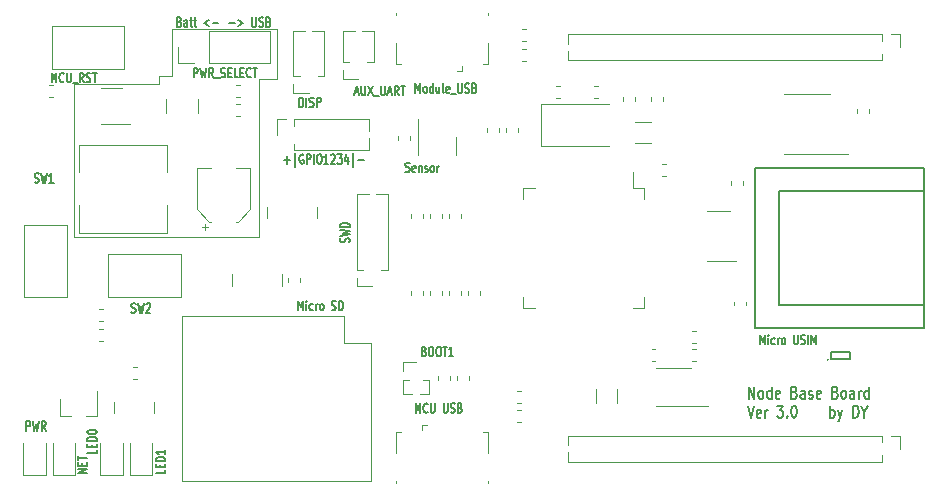
<source format=gbr>
G04 #@! TF.GenerationSoftware,KiCad,Pcbnew,5.99.0-unknown-89e9857~86~ubuntu18.04.1*
G04 #@! TF.CreationDate,2019-10-10T16:09:36-04:00*
G04 #@! TF.ProjectId,node_base,6e6f6465-5f62-4617-9365-2e6b69636164,rev?*
G04 #@! TF.SameCoordinates,Original*
G04 #@! TF.FileFunction,Legend,Top*
G04 #@! TF.FilePolarity,Positive*
%FSLAX46Y46*%
G04 Gerber Fmt 4.6, Leading zero omitted, Abs format (unit mm)*
G04 Created by KiCad (PCBNEW 5.99.0-unknown-89e9857~86~ubuntu18.04.1) date 2019-10-10 16:09:36*
%MOMM*%
%LPD*%
G04 APERTURE LIST*
%ADD10C,0.150000*%
%ADD11C,0.120000*%
G04 APERTURE END LIST*
D10*
X150864404Y-104352380D02*
X150864404Y-103352380D01*
X150864404Y-103733333D02*
X150940595Y-103685714D01*
X151092976Y-103685714D01*
X151169166Y-103733333D01*
X151207261Y-103780952D01*
X151245357Y-103876190D01*
X151245357Y-104161904D01*
X151207261Y-104257142D01*
X151169166Y-104304761D01*
X151092976Y-104352380D01*
X150940595Y-104352380D01*
X150864404Y-104304761D01*
X151512023Y-103685714D02*
X151702500Y-104352380D01*
X151892976Y-103685714D02*
X151702500Y-104352380D01*
X151626309Y-104590476D01*
X151588214Y-104638095D01*
X151512023Y-104685714D01*
X152807261Y-104352380D02*
X152807261Y-103352380D01*
X152997738Y-103352380D01*
X153112023Y-103400000D01*
X153188214Y-103495238D01*
X153226309Y-103590476D01*
X153264404Y-103780952D01*
X153264404Y-103923809D01*
X153226309Y-104114285D01*
X153188214Y-104209523D01*
X153112023Y-104304761D01*
X152997738Y-104352380D01*
X152807261Y-104352380D01*
X153759642Y-103876190D02*
X153759642Y-104352380D01*
X153492976Y-103352380D02*
X153759642Y-103876190D01*
X154026309Y-103352380D01*
X87961904Y-109071428D02*
X87161904Y-109071428D01*
X87961904Y-108728571D01*
X87161904Y-108728571D01*
X87542857Y-108442857D02*
X87542857Y-108242857D01*
X87961904Y-108157142D02*
X87961904Y-108442857D01*
X87161904Y-108442857D01*
X87161904Y-108157142D01*
X87161904Y-107985714D02*
X87161904Y-107642857D01*
X87961904Y-107814285D02*
X87161904Y-107814285D01*
X94561904Y-108771428D02*
X94561904Y-109057142D01*
X93761904Y-109057142D01*
X94142857Y-108571428D02*
X94142857Y-108371428D01*
X94561904Y-108285714D02*
X94561904Y-108571428D01*
X93761904Y-108571428D01*
X93761904Y-108285714D01*
X94561904Y-108028571D02*
X93761904Y-108028571D01*
X93761904Y-107885714D01*
X93800000Y-107800000D01*
X93876190Y-107742857D01*
X93952380Y-107714285D01*
X94104761Y-107685714D01*
X94219047Y-107685714D01*
X94371428Y-107714285D01*
X94447619Y-107742857D01*
X94523809Y-107800000D01*
X94561904Y-107885714D01*
X94561904Y-108028571D01*
X94561904Y-107114285D02*
X94561904Y-107457142D01*
X94561904Y-107285714D02*
X93761904Y-107285714D01*
X93876190Y-107342857D01*
X93952380Y-107400000D01*
X93990476Y-107457142D01*
X88761904Y-107071428D02*
X88761904Y-107357142D01*
X87961904Y-107357142D01*
X88342857Y-106871428D02*
X88342857Y-106671428D01*
X88761904Y-106585714D02*
X88761904Y-106871428D01*
X87961904Y-106871428D01*
X87961904Y-106585714D01*
X88761904Y-106328571D02*
X87961904Y-106328571D01*
X87961904Y-106185714D01*
X88000000Y-106100000D01*
X88076190Y-106042857D01*
X88152380Y-106014285D01*
X88304761Y-105985714D01*
X88419047Y-105985714D01*
X88571428Y-106014285D01*
X88647619Y-106042857D01*
X88723809Y-106100000D01*
X88761904Y-106185714D01*
X88761904Y-106328571D01*
X87961904Y-105614285D02*
X87961904Y-105557142D01*
X88000000Y-105500000D01*
X88038095Y-105471428D01*
X88114285Y-105442857D01*
X88266666Y-105414285D01*
X88457142Y-105414285D01*
X88609523Y-105442857D01*
X88685714Y-105471428D01*
X88723809Y-105500000D01*
X88761904Y-105557142D01*
X88761904Y-105614285D01*
X88723809Y-105671428D01*
X88685714Y-105700000D01*
X88609523Y-105728571D01*
X88457142Y-105757142D01*
X88266666Y-105757142D01*
X88114285Y-105728571D01*
X88038095Y-105700000D01*
X88000000Y-105671428D01*
X87961904Y-105614285D01*
X82800000Y-105461904D02*
X82800000Y-104661904D01*
X83028571Y-104661904D01*
X83085714Y-104700000D01*
X83114285Y-104738095D01*
X83142857Y-104814285D01*
X83142857Y-104928571D01*
X83114285Y-105004761D01*
X83085714Y-105042857D01*
X83028571Y-105080952D01*
X82800000Y-105080952D01*
X83342857Y-104661904D02*
X83485714Y-105461904D01*
X83600000Y-104890476D01*
X83714285Y-105461904D01*
X83857142Y-104661904D01*
X84428571Y-105461904D02*
X84228571Y-105080952D01*
X84085714Y-105461904D02*
X84085714Y-104661904D01*
X84314285Y-104661904D01*
X84371428Y-104700000D01*
X84400000Y-104738095D01*
X84428571Y-104814285D01*
X84428571Y-104928571D01*
X84400000Y-105004761D01*
X84371428Y-105042857D01*
X84314285Y-105080952D01*
X84085714Y-105080952D01*
D11*
X95100000Y-71500000D02*
X95100000Y-71700000D01*
X104000000Y-71500000D02*
X95100000Y-71500000D01*
X104000000Y-75700000D02*
X104000000Y-71500000D01*
X102500000Y-75700000D02*
X104000000Y-75700000D01*
X102500000Y-89100000D02*
X102500000Y-75700000D01*
X86800000Y-89100000D02*
X102500000Y-89100000D01*
X86800000Y-76100000D02*
X86800000Y-89100000D01*
X94000000Y-76100000D02*
X86800000Y-76100000D01*
X94000000Y-75400000D02*
X94000000Y-76100000D01*
X95100000Y-75400000D02*
X94000000Y-75400000D01*
X95100000Y-71700000D02*
X95100000Y-75400000D01*
D10*
X143987976Y-102747380D02*
X143987976Y-101747380D01*
X144445119Y-102747380D01*
X144445119Y-101747380D01*
X144940357Y-102747380D02*
X144864166Y-102699761D01*
X144826071Y-102652142D01*
X144787976Y-102556904D01*
X144787976Y-102271190D01*
X144826071Y-102175952D01*
X144864166Y-102128333D01*
X144940357Y-102080714D01*
X145054642Y-102080714D01*
X145130833Y-102128333D01*
X145168928Y-102175952D01*
X145207023Y-102271190D01*
X145207023Y-102556904D01*
X145168928Y-102652142D01*
X145130833Y-102699761D01*
X145054642Y-102747380D01*
X144940357Y-102747380D01*
X145892738Y-102747380D02*
X145892738Y-101747380D01*
X145892738Y-102699761D02*
X145816547Y-102747380D01*
X145664166Y-102747380D01*
X145587976Y-102699761D01*
X145549880Y-102652142D01*
X145511785Y-102556904D01*
X145511785Y-102271190D01*
X145549880Y-102175952D01*
X145587976Y-102128333D01*
X145664166Y-102080714D01*
X145816547Y-102080714D01*
X145892738Y-102128333D01*
X146578452Y-102699761D02*
X146502261Y-102747380D01*
X146349880Y-102747380D01*
X146273690Y-102699761D01*
X146235595Y-102604523D01*
X146235595Y-102223571D01*
X146273690Y-102128333D01*
X146349880Y-102080714D01*
X146502261Y-102080714D01*
X146578452Y-102128333D01*
X146616547Y-102223571D01*
X146616547Y-102318809D01*
X146235595Y-102414047D01*
X147835595Y-102223571D02*
X147949880Y-102271190D01*
X147987976Y-102318809D01*
X148026071Y-102414047D01*
X148026071Y-102556904D01*
X147987976Y-102652142D01*
X147949880Y-102699761D01*
X147873690Y-102747380D01*
X147568928Y-102747380D01*
X147568928Y-101747380D01*
X147835595Y-101747380D01*
X147911785Y-101795000D01*
X147949880Y-101842619D01*
X147987976Y-101937857D01*
X147987976Y-102033095D01*
X147949880Y-102128333D01*
X147911785Y-102175952D01*
X147835595Y-102223571D01*
X147568928Y-102223571D01*
X148711785Y-102747380D02*
X148711785Y-102223571D01*
X148673690Y-102128333D01*
X148597500Y-102080714D01*
X148445119Y-102080714D01*
X148368928Y-102128333D01*
X148711785Y-102699761D02*
X148635595Y-102747380D01*
X148445119Y-102747380D01*
X148368928Y-102699761D01*
X148330833Y-102604523D01*
X148330833Y-102509285D01*
X148368928Y-102414047D01*
X148445119Y-102366428D01*
X148635595Y-102366428D01*
X148711785Y-102318809D01*
X149054642Y-102699761D02*
X149130833Y-102747380D01*
X149283214Y-102747380D01*
X149359404Y-102699761D01*
X149397500Y-102604523D01*
X149397500Y-102556904D01*
X149359404Y-102461666D01*
X149283214Y-102414047D01*
X149168928Y-102414047D01*
X149092738Y-102366428D01*
X149054642Y-102271190D01*
X149054642Y-102223571D01*
X149092738Y-102128333D01*
X149168928Y-102080714D01*
X149283214Y-102080714D01*
X149359404Y-102128333D01*
X150045119Y-102699761D02*
X149968928Y-102747380D01*
X149816547Y-102747380D01*
X149740357Y-102699761D01*
X149702261Y-102604523D01*
X149702261Y-102223571D01*
X149740357Y-102128333D01*
X149816547Y-102080714D01*
X149968928Y-102080714D01*
X150045119Y-102128333D01*
X150083214Y-102223571D01*
X150083214Y-102318809D01*
X149702261Y-102414047D01*
X151302261Y-102223571D02*
X151416547Y-102271190D01*
X151454642Y-102318809D01*
X151492738Y-102414047D01*
X151492738Y-102556904D01*
X151454642Y-102652142D01*
X151416547Y-102699761D01*
X151340357Y-102747380D01*
X151035595Y-102747380D01*
X151035595Y-101747380D01*
X151302261Y-101747380D01*
X151378452Y-101795000D01*
X151416547Y-101842619D01*
X151454642Y-101937857D01*
X151454642Y-102033095D01*
X151416547Y-102128333D01*
X151378452Y-102175952D01*
X151302261Y-102223571D01*
X151035595Y-102223571D01*
X151949880Y-102747380D02*
X151873690Y-102699761D01*
X151835595Y-102652142D01*
X151797500Y-102556904D01*
X151797500Y-102271190D01*
X151835595Y-102175952D01*
X151873690Y-102128333D01*
X151949880Y-102080714D01*
X152064166Y-102080714D01*
X152140357Y-102128333D01*
X152178452Y-102175952D01*
X152216547Y-102271190D01*
X152216547Y-102556904D01*
X152178452Y-102652142D01*
X152140357Y-102699761D01*
X152064166Y-102747380D01*
X151949880Y-102747380D01*
X152902261Y-102747380D02*
X152902261Y-102223571D01*
X152864166Y-102128333D01*
X152787976Y-102080714D01*
X152635595Y-102080714D01*
X152559404Y-102128333D01*
X152902261Y-102699761D02*
X152826071Y-102747380D01*
X152635595Y-102747380D01*
X152559404Y-102699761D01*
X152521309Y-102604523D01*
X152521309Y-102509285D01*
X152559404Y-102414047D01*
X152635595Y-102366428D01*
X152826071Y-102366428D01*
X152902261Y-102318809D01*
X153283214Y-102747380D02*
X153283214Y-102080714D01*
X153283214Y-102271190D02*
X153321309Y-102175952D01*
X153359404Y-102128333D01*
X153435595Y-102080714D01*
X153511785Y-102080714D01*
X154121309Y-102747380D02*
X154121309Y-101747380D01*
X154121309Y-102699761D02*
X154045119Y-102747380D01*
X153892738Y-102747380D01*
X153816547Y-102699761D01*
X153778452Y-102652142D01*
X153740357Y-102556904D01*
X153740357Y-102271190D01*
X153778452Y-102175952D01*
X153816547Y-102128333D01*
X153892738Y-102080714D01*
X154045119Y-102080714D01*
X154121309Y-102128333D01*
X143873690Y-103357380D02*
X144140357Y-104357380D01*
X144407023Y-103357380D01*
X144978452Y-104309761D02*
X144902261Y-104357380D01*
X144749880Y-104357380D01*
X144673690Y-104309761D01*
X144635595Y-104214523D01*
X144635595Y-103833571D01*
X144673690Y-103738333D01*
X144749880Y-103690714D01*
X144902261Y-103690714D01*
X144978452Y-103738333D01*
X145016547Y-103833571D01*
X145016547Y-103928809D01*
X144635595Y-104024047D01*
X145359404Y-104357380D02*
X145359404Y-103690714D01*
X145359404Y-103881190D02*
X145397500Y-103785952D01*
X145435595Y-103738333D01*
X145511785Y-103690714D01*
X145587976Y-103690714D01*
X146387976Y-103357380D02*
X146883214Y-103357380D01*
X146616547Y-103738333D01*
X146730833Y-103738333D01*
X146807023Y-103785952D01*
X146845119Y-103833571D01*
X146883214Y-103928809D01*
X146883214Y-104166904D01*
X146845119Y-104262142D01*
X146807023Y-104309761D01*
X146730833Y-104357380D01*
X146502261Y-104357380D01*
X146426071Y-104309761D01*
X146387976Y-104262142D01*
X147226071Y-104262142D02*
X147264166Y-104309761D01*
X147226071Y-104357380D01*
X147187976Y-104309761D01*
X147226071Y-104262142D01*
X147226071Y-104357380D01*
X147759404Y-103357380D02*
X147835595Y-103357380D01*
X147911785Y-103405000D01*
X147949880Y-103452619D01*
X147987976Y-103547857D01*
X148026071Y-103738333D01*
X148026071Y-103976428D01*
X147987976Y-104166904D01*
X147949880Y-104262142D01*
X147911785Y-104309761D01*
X147835595Y-104357380D01*
X147759404Y-104357380D01*
X147683214Y-104309761D01*
X147645119Y-104262142D01*
X147607023Y-104166904D01*
X147568928Y-103976428D01*
X147568928Y-103738333D01*
X147607023Y-103547857D01*
X147645119Y-103452619D01*
X147683214Y-103405000D01*
X147759404Y-103357380D01*
X114900000Y-83523809D02*
X114985714Y-83561904D01*
X115128571Y-83561904D01*
X115185714Y-83523809D01*
X115214285Y-83485714D01*
X115242857Y-83409523D01*
X115242857Y-83333333D01*
X115214285Y-83257142D01*
X115185714Y-83219047D01*
X115128571Y-83180952D01*
X115014285Y-83142857D01*
X114957142Y-83104761D01*
X114928571Y-83066666D01*
X114900000Y-82990476D01*
X114900000Y-82914285D01*
X114928571Y-82838095D01*
X114957142Y-82800000D01*
X115014285Y-82761904D01*
X115157142Y-82761904D01*
X115242857Y-82800000D01*
X115728571Y-83523809D02*
X115671428Y-83561904D01*
X115557142Y-83561904D01*
X115500000Y-83523809D01*
X115471428Y-83447619D01*
X115471428Y-83142857D01*
X115500000Y-83066666D01*
X115557142Y-83028571D01*
X115671428Y-83028571D01*
X115728571Y-83066666D01*
X115757142Y-83142857D01*
X115757142Y-83219047D01*
X115471428Y-83295238D01*
X116014285Y-83028571D02*
X116014285Y-83561904D01*
X116014285Y-83104761D02*
X116042857Y-83066666D01*
X116100000Y-83028571D01*
X116185714Y-83028571D01*
X116242857Y-83066666D01*
X116271428Y-83142857D01*
X116271428Y-83561904D01*
X116528571Y-83523809D02*
X116585714Y-83561904D01*
X116700000Y-83561904D01*
X116757142Y-83523809D01*
X116785714Y-83447619D01*
X116785714Y-83409523D01*
X116757142Y-83333333D01*
X116700000Y-83295238D01*
X116614285Y-83295238D01*
X116557142Y-83257142D01*
X116528571Y-83180952D01*
X116528571Y-83142857D01*
X116557142Y-83066666D01*
X116614285Y-83028571D01*
X116700000Y-83028571D01*
X116757142Y-83066666D01*
X117128571Y-83561904D02*
X117071428Y-83523809D01*
X117042857Y-83485714D01*
X117014285Y-83409523D01*
X117014285Y-83180952D01*
X117042857Y-83104761D01*
X117071428Y-83066666D01*
X117128571Y-83028571D01*
X117214285Y-83028571D01*
X117271428Y-83066666D01*
X117300000Y-83104761D01*
X117328571Y-83180952D01*
X117328571Y-83409523D01*
X117300000Y-83485714D01*
X117271428Y-83523809D01*
X117214285Y-83561904D01*
X117128571Y-83561904D01*
X117585714Y-83561904D02*
X117585714Y-83028571D01*
X117585714Y-83180952D02*
X117614285Y-83104761D01*
X117642857Y-83066666D01*
X117700000Y-83028571D01*
X117757142Y-83028571D01*
X116500000Y-98742857D02*
X116585714Y-98780952D01*
X116614285Y-98819047D01*
X116642857Y-98895238D01*
X116642857Y-99009523D01*
X116614285Y-99085714D01*
X116585714Y-99123809D01*
X116528571Y-99161904D01*
X116300000Y-99161904D01*
X116300000Y-98361904D01*
X116500000Y-98361904D01*
X116557142Y-98400000D01*
X116585714Y-98438095D01*
X116614285Y-98514285D01*
X116614285Y-98590476D01*
X116585714Y-98666666D01*
X116557142Y-98704761D01*
X116500000Y-98742857D01*
X116300000Y-98742857D01*
X117014285Y-98361904D02*
X117128571Y-98361904D01*
X117185714Y-98400000D01*
X117242857Y-98476190D01*
X117271428Y-98628571D01*
X117271428Y-98895238D01*
X117242857Y-99047619D01*
X117185714Y-99123809D01*
X117128571Y-99161904D01*
X117014285Y-99161904D01*
X116957142Y-99123809D01*
X116900000Y-99047619D01*
X116871428Y-98895238D01*
X116871428Y-98628571D01*
X116900000Y-98476190D01*
X116957142Y-98400000D01*
X117014285Y-98361904D01*
X117642857Y-98361904D02*
X117757142Y-98361904D01*
X117814285Y-98400000D01*
X117871428Y-98476190D01*
X117900000Y-98628571D01*
X117900000Y-98895238D01*
X117871428Y-99047619D01*
X117814285Y-99123809D01*
X117757142Y-99161904D01*
X117642857Y-99161904D01*
X117585714Y-99123809D01*
X117528571Y-99047619D01*
X117500000Y-98895238D01*
X117500000Y-98628571D01*
X117528571Y-98476190D01*
X117585714Y-98400000D01*
X117642857Y-98361904D01*
X118071428Y-98361904D02*
X118414285Y-98361904D01*
X118242857Y-99161904D02*
X118242857Y-98361904D01*
X118928571Y-99161904D02*
X118585714Y-99161904D01*
X118757142Y-99161904D02*
X118757142Y-98361904D01*
X118700000Y-98476190D01*
X118642857Y-98552380D01*
X118585714Y-98590476D01*
X115757142Y-103961904D02*
X115757142Y-103161904D01*
X115957142Y-103733333D01*
X116157142Y-103161904D01*
X116157142Y-103961904D01*
X116785714Y-103885714D02*
X116757142Y-103923809D01*
X116671428Y-103961904D01*
X116614285Y-103961904D01*
X116528571Y-103923809D01*
X116471428Y-103847619D01*
X116442857Y-103771428D01*
X116414285Y-103619047D01*
X116414285Y-103504761D01*
X116442857Y-103352380D01*
X116471428Y-103276190D01*
X116528571Y-103200000D01*
X116614285Y-103161904D01*
X116671428Y-103161904D01*
X116757142Y-103200000D01*
X116785714Y-103238095D01*
X117042857Y-103161904D02*
X117042857Y-103809523D01*
X117071428Y-103885714D01*
X117100000Y-103923809D01*
X117157142Y-103961904D01*
X117271428Y-103961904D01*
X117328571Y-103923809D01*
X117357142Y-103885714D01*
X117385714Y-103809523D01*
X117385714Y-103161904D01*
X118128571Y-103161904D02*
X118128571Y-103809523D01*
X118157142Y-103885714D01*
X118185714Y-103923809D01*
X118242857Y-103961904D01*
X118357142Y-103961904D01*
X118414285Y-103923809D01*
X118442857Y-103885714D01*
X118471428Y-103809523D01*
X118471428Y-103161904D01*
X118728571Y-103923809D02*
X118814285Y-103961904D01*
X118957142Y-103961904D01*
X119014285Y-103923809D01*
X119042857Y-103885714D01*
X119071428Y-103809523D01*
X119071428Y-103733333D01*
X119042857Y-103657142D01*
X119014285Y-103619047D01*
X118957142Y-103580952D01*
X118842857Y-103542857D01*
X118785714Y-103504761D01*
X118757142Y-103466666D01*
X118728571Y-103390476D01*
X118728571Y-103314285D01*
X118757142Y-103238095D01*
X118785714Y-103200000D01*
X118842857Y-103161904D01*
X118985714Y-103161904D01*
X119071428Y-103200000D01*
X119528571Y-103542857D02*
X119614285Y-103580952D01*
X119642857Y-103619047D01*
X119671428Y-103695238D01*
X119671428Y-103809523D01*
X119642857Y-103885714D01*
X119614285Y-103923809D01*
X119557142Y-103961904D01*
X119328571Y-103961904D01*
X119328571Y-103161904D01*
X119528571Y-103161904D01*
X119585714Y-103200000D01*
X119614285Y-103238095D01*
X119642857Y-103314285D01*
X119642857Y-103390476D01*
X119614285Y-103466666D01*
X119585714Y-103504761D01*
X119528571Y-103542857D01*
X119328571Y-103542857D01*
X83500000Y-84423809D02*
X83585714Y-84461904D01*
X83728571Y-84461904D01*
X83785714Y-84423809D01*
X83814285Y-84385714D01*
X83842857Y-84309523D01*
X83842857Y-84233333D01*
X83814285Y-84157142D01*
X83785714Y-84119047D01*
X83728571Y-84080952D01*
X83614285Y-84042857D01*
X83557142Y-84004761D01*
X83528571Y-83966666D01*
X83500000Y-83890476D01*
X83500000Y-83814285D01*
X83528571Y-83738095D01*
X83557142Y-83700000D01*
X83614285Y-83661904D01*
X83757142Y-83661904D01*
X83842857Y-83700000D01*
X84042857Y-83661904D02*
X84185714Y-84461904D01*
X84300000Y-83890476D01*
X84414285Y-84461904D01*
X84557142Y-83661904D01*
X85100000Y-84461904D02*
X84757142Y-84461904D01*
X84928571Y-84461904D02*
X84928571Y-83661904D01*
X84871428Y-83776190D01*
X84814285Y-83852380D01*
X84757142Y-83890476D01*
X91700000Y-95423809D02*
X91785714Y-95461904D01*
X91928571Y-95461904D01*
X91985714Y-95423809D01*
X92014285Y-95385714D01*
X92042857Y-95309523D01*
X92042857Y-95233333D01*
X92014285Y-95157142D01*
X91985714Y-95119047D01*
X91928571Y-95080952D01*
X91814285Y-95042857D01*
X91757142Y-95004761D01*
X91728571Y-94966666D01*
X91700000Y-94890476D01*
X91700000Y-94814285D01*
X91728571Y-94738095D01*
X91757142Y-94700000D01*
X91814285Y-94661904D01*
X91957142Y-94661904D01*
X92042857Y-94700000D01*
X92242857Y-94661904D02*
X92385714Y-95461904D01*
X92500000Y-94890476D01*
X92614285Y-95461904D01*
X92757142Y-94661904D01*
X92957142Y-94738095D02*
X92985714Y-94700000D01*
X93042857Y-94661904D01*
X93185714Y-94661904D01*
X93242857Y-94700000D01*
X93271428Y-94738095D01*
X93300000Y-94814285D01*
X93300000Y-94890476D01*
X93271428Y-95004761D01*
X92928571Y-95461904D01*
X93300000Y-95461904D01*
X110123809Y-89514285D02*
X110161904Y-89428571D01*
X110161904Y-89285714D01*
X110123809Y-89228571D01*
X110085714Y-89200000D01*
X110009523Y-89171428D01*
X109933333Y-89171428D01*
X109857142Y-89200000D01*
X109819047Y-89228571D01*
X109780952Y-89285714D01*
X109742857Y-89400000D01*
X109704761Y-89457142D01*
X109666666Y-89485714D01*
X109590476Y-89514285D01*
X109514285Y-89514285D01*
X109438095Y-89485714D01*
X109400000Y-89457142D01*
X109361904Y-89400000D01*
X109361904Y-89257142D01*
X109400000Y-89171428D01*
X109361904Y-88971428D02*
X110161904Y-88828571D01*
X109590476Y-88714285D01*
X110161904Y-88600000D01*
X109361904Y-88457142D01*
X110161904Y-88228571D02*
X109361904Y-88228571D01*
X109361904Y-88085714D01*
X109400000Y-88000000D01*
X109476190Y-87942857D01*
X109552380Y-87914285D01*
X109704761Y-87885714D01*
X109819047Y-87885714D01*
X109971428Y-87914285D01*
X110047619Y-87942857D01*
X110123809Y-88000000D01*
X110161904Y-88085714D01*
X110161904Y-88228571D01*
X105828571Y-95261904D02*
X105828571Y-94461904D01*
X106028571Y-95033333D01*
X106228571Y-94461904D01*
X106228571Y-95261904D01*
X106514285Y-95261904D02*
X106514285Y-94728571D01*
X106514285Y-94461904D02*
X106485714Y-94500000D01*
X106514285Y-94538095D01*
X106542857Y-94500000D01*
X106514285Y-94461904D01*
X106514285Y-94538095D01*
X107057142Y-95223809D02*
X107000000Y-95261904D01*
X106885714Y-95261904D01*
X106828571Y-95223809D01*
X106800000Y-95185714D01*
X106771428Y-95109523D01*
X106771428Y-94880952D01*
X106800000Y-94804761D01*
X106828571Y-94766666D01*
X106885714Y-94728571D01*
X107000000Y-94728571D01*
X107057142Y-94766666D01*
X107314285Y-95261904D02*
X107314285Y-94728571D01*
X107314285Y-94880952D02*
X107342857Y-94804761D01*
X107371428Y-94766666D01*
X107428571Y-94728571D01*
X107485714Y-94728571D01*
X107771428Y-95261904D02*
X107714285Y-95223809D01*
X107685714Y-95185714D01*
X107657142Y-95109523D01*
X107657142Y-94880952D01*
X107685714Y-94804761D01*
X107714285Y-94766666D01*
X107771428Y-94728571D01*
X107857142Y-94728571D01*
X107914285Y-94766666D01*
X107942857Y-94804761D01*
X107971428Y-94880952D01*
X107971428Y-95109523D01*
X107942857Y-95185714D01*
X107914285Y-95223809D01*
X107857142Y-95261904D01*
X107771428Y-95261904D01*
X108657142Y-95223809D02*
X108742857Y-95261904D01*
X108885714Y-95261904D01*
X108942857Y-95223809D01*
X108971428Y-95185714D01*
X109000000Y-95109523D01*
X109000000Y-95033333D01*
X108971428Y-94957142D01*
X108942857Y-94919047D01*
X108885714Y-94880952D01*
X108771428Y-94842857D01*
X108714285Y-94804761D01*
X108685714Y-94766666D01*
X108657142Y-94690476D01*
X108657142Y-94614285D01*
X108685714Y-94538095D01*
X108714285Y-94500000D01*
X108771428Y-94461904D01*
X108914285Y-94461904D01*
X109000000Y-94500000D01*
X109257142Y-95261904D02*
X109257142Y-94461904D01*
X109400000Y-94461904D01*
X109485714Y-94500000D01*
X109542857Y-94576190D01*
X109571428Y-94652380D01*
X109600000Y-94804761D01*
X109600000Y-94919047D01*
X109571428Y-95071428D01*
X109542857Y-95147619D01*
X109485714Y-95223809D01*
X109400000Y-95261904D01*
X109257142Y-95261904D01*
X144928571Y-98161904D02*
X144928571Y-97361904D01*
X145128571Y-97933333D01*
X145328571Y-97361904D01*
X145328571Y-98161904D01*
X145614285Y-98161904D02*
X145614285Y-97628571D01*
X145614285Y-97361904D02*
X145585714Y-97400000D01*
X145614285Y-97438095D01*
X145642857Y-97400000D01*
X145614285Y-97361904D01*
X145614285Y-97438095D01*
X146157142Y-98123809D02*
X146100000Y-98161904D01*
X145985714Y-98161904D01*
X145928571Y-98123809D01*
X145900000Y-98085714D01*
X145871428Y-98009523D01*
X145871428Y-97780952D01*
X145900000Y-97704761D01*
X145928571Y-97666666D01*
X145985714Y-97628571D01*
X146100000Y-97628571D01*
X146157142Y-97666666D01*
X146414285Y-98161904D02*
X146414285Y-97628571D01*
X146414285Y-97780952D02*
X146442857Y-97704761D01*
X146471428Y-97666666D01*
X146528571Y-97628571D01*
X146585714Y-97628571D01*
X146871428Y-98161904D02*
X146814285Y-98123809D01*
X146785714Y-98085714D01*
X146757142Y-98009523D01*
X146757142Y-97780952D01*
X146785714Y-97704761D01*
X146814285Y-97666666D01*
X146871428Y-97628571D01*
X146957142Y-97628571D01*
X147014285Y-97666666D01*
X147042857Y-97704761D01*
X147071428Y-97780952D01*
X147071428Y-98009523D01*
X147042857Y-98085714D01*
X147014285Y-98123809D01*
X146957142Y-98161904D01*
X146871428Y-98161904D01*
X147785714Y-97361904D02*
X147785714Y-98009523D01*
X147814285Y-98085714D01*
X147842857Y-98123809D01*
X147900000Y-98161904D01*
X148014285Y-98161904D01*
X148071428Y-98123809D01*
X148100000Y-98085714D01*
X148128571Y-98009523D01*
X148128571Y-97361904D01*
X148385714Y-98123809D02*
X148471428Y-98161904D01*
X148614285Y-98161904D01*
X148671428Y-98123809D01*
X148700000Y-98085714D01*
X148728571Y-98009523D01*
X148728571Y-97933333D01*
X148700000Y-97857142D01*
X148671428Y-97819047D01*
X148614285Y-97780952D01*
X148500000Y-97742857D01*
X148442857Y-97704761D01*
X148414285Y-97666666D01*
X148385714Y-97590476D01*
X148385714Y-97514285D01*
X148414285Y-97438095D01*
X148442857Y-97400000D01*
X148500000Y-97361904D01*
X148642857Y-97361904D01*
X148728571Y-97400000D01*
X148985714Y-98161904D02*
X148985714Y-97361904D01*
X149271428Y-98161904D02*
X149271428Y-97361904D01*
X149471428Y-97933333D01*
X149671428Y-97361904D01*
X149671428Y-98161904D01*
X115742857Y-76861904D02*
X115742857Y-76061904D01*
X115942857Y-76633333D01*
X116142857Y-76061904D01*
X116142857Y-76861904D01*
X116514285Y-76861904D02*
X116457142Y-76823809D01*
X116428571Y-76785714D01*
X116400000Y-76709523D01*
X116400000Y-76480952D01*
X116428571Y-76404761D01*
X116457142Y-76366666D01*
X116514285Y-76328571D01*
X116600000Y-76328571D01*
X116657142Y-76366666D01*
X116685714Y-76404761D01*
X116714285Y-76480952D01*
X116714285Y-76709523D01*
X116685714Y-76785714D01*
X116657142Y-76823809D01*
X116600000Y-76861904D01*
X116514285Y-76861904D01*
X117228571Y-76861904D02*
X117228571Y-76061904D01*
X117228571Y-76823809D02*
X117171428Y-76861904D01*
X117057142Y-76861904D01*
X117000000Y-76823809D01*
X116971428Y-76785714D01*
X116942857Y-76709523D01*
X116942857Y-76480952D01*
X116971428Y-76404761D01*
X117000000Y-76366666D01*
X117057142Y-76328571D01*
X117171428Y-76328571D01*
X117228571Y-76366666D01*
X117771428Y-76328571D02*
X117771428Y-76861904D01*
X117514285Y-76328571D02*
X117514285Y-76747619D01*
X117542857Y-76823809D01*
X117600000Y-76861904D01*
X117685714Y-76861904D01*
X117742857Y-76823809D01*
X117771428Y-76785714D01*
X118142857Y-76861904D02*
X118085714Y-76823809D01*
X118057142Y-76747619D01*
X118057142Y-76061904D01*
X118600000Y-76823809D02*
X118542857Y-76861904D01*
X118428571Y-76861904D01*
X118371428Y-76823809D01*
X118342857Y-76747619D01*
X118342857Y-76442857D01*
X118371428Y-76366666D01*
X118428571Y-76328571D01*
X118542857Y-76328571D01*
X118600000Y-76366666D01*
X118628571Y-76442857D01*
X118628571Y-76519047D01*
X118342857Y-76595238D01*
X118742857Y-76938095D02*
X119200000Y-76938095D01*
X119342857Y-76061904D02*
X119342857Y-76709523D01*
X119371428Y-76785714D01*
X119400000Y-76823809D01*
X119457142Y-76861904D01*
X119571428Y-76861904D01*
X119628571Y-76823809D01*
X119657142Y-76785714D01*
X119685714Y-76709523D01*
X119685714Y-76061904D01*
X119942857Y-76823809D02*
X120028571Y-76861904D01*
X120171428Y-76861904D01*
X120228571Y-76823809D01*
X120257142Y-76785714D01*
X120285714Y-76709523D01*
X120285714Y-76633333D01*
X120257142Y-76557142D01*
X120228571Y-76519047D01*
X120171428Y-76480952D01*
X120057142Y-76442857D01*
X120000000Y-76404761D01*
X119971428Y-76366666D01*
X119942857Y-76290476D01*
X119942857Y-76214285D01*
X119971428Y-76138095D01*
X120000000Y-76100000D01*
X120057142Y-76061904D01*
X120200000Y-76061904D01*
X120285714Y-76100000D01*
X120742857Y-76442857D02*
X120828571Y-76480952D01*
X120857142Y-76519047D01*
X120885714Y-76595238D01*
X120885714Y-76709523D01*
X120857142Y-76785714D01*
X120828571Y-76823809D01*
X120771428Y-76861904D01*
X120542857Y-76861904D01*
X120542857Y-76061904D01*
X120742857Y-76061904D01*
X120800000Y-76100000D01*
X120828571Y-76138095D01*
X120857142Y-76214285D01*
X120857142Y-76290476D01*
X120828571Y-76366666D01*
X120800000Y-76404761D01*
X120742857Y-76442857D01*
X120542857Y-76442857D01*
X104628571Y-82557142D02*
X105085714Y-82557142D01*
X104857142Y-82861904D02*
X104857142Y-82252380D01*
X105514285Y-83128571D02*
X105514285Y-81985714D01*
X106257142Y-82100000D02*
X106200000Y-82061904D01*
X106114285Y-82061904D01*
X106028571Y-82100000D01*
X105971428Y-82176190D01*
X105942857Y-82252380D01*
X105914285Y-82404761D01*
X105914285Y-82519047D01*
X105942857Y-82671428D01*
X105971428Y-82747619D01*
X106028571Y-82823809D01*
X106114285Y-82861904D01*
X106171428Y-82861904D01*
X106257142Y-82823809D01*
X106285714Y-82785714D01*
X106285714Y-82519047D01*
X106171428Y-82519047D01*
X106542857Y-82861904D02*
X106542857Y-82061904D01*
X106771428Y-82061904D01*
X106828571Y-82100000D01*
X106857142Y-82138095D01*
X106885714Y-82214285D01*
X106885714Y-82328571D01*
X106857142Y-82404761D01*
X106828571Y-82442857D01*
X106771428Y-82480952D01*
X106542857Y-82480952D01*
X107142857Y-82861904D02*
X107142857Y-82061904D01*
X107542857Y-82061904D02*
X107657142Y-82061904D01*
X107714285Y-82100000D01*
X107771428Y-82176190D01*
X107800000Y-82328571D01*
X107800000Y-82595238D01*
X107771428Y-82747619D01*
X107714285Y-82823809D01*
X107657142Y-82861904D01*
X107542857Y-82861904D01*
X107485714Y-82823809D01*
X107428571Y-82747619D01*
X107400000Y-82595238D01*
X107400000Y-82328571D01*
X107428571Y-82176190D01*
X107485714Y-82100000D01*
X107542857Y-82061904D01*
X108371428Y-82861904D02*
X108028571Y-82861904D01*
X108200000Y-82861904D02*
X108200000Y-82061904D01*
X108142857Y-82176190D01*
X108085714Y-82252380D01*
X108028571Y-82290476D01*
X108600000Y-82138095D02*
X108628571Y-82100000D01*
X108685714Y-82061904D01*
X108828571Y-82061904D01*
X108885714Y-82100000D01*
X108914285Y-82138095D01*
X108942857Y-82214285D01*
X108942857Y-82290476D01*
X108914285Y-82404761D01*
X108571428Y-82861904D01*
X108942857Y-82861904D01*
X109142857Y-82061904D02*
X109514285Y-82061904D01*
X109314285Y-82366666D01*
X109400000Y-82366666D01*
X109457142Y-82404761D01*
X109485714Y-82442857D01*
X109514285Y-82519047D01*
X109514285Y-82709523D01*
X109485714Y-82785714D01*
X109457142Y-82823809D01*
X109400000Y-82861904D01*
X109228571Y-82861904D01*
X109171428Y-82823809D01*
X109142857Y-82785714D01*
X110028571Y-82328571D02*
X110028571Y-82861904D01*
X109885714Y-82023809D02*
X109742857Y-82595238D01*
X110114285Y-82595238D01*
X110485714Y-83128571D02*
X110485714Y-81985714D01*
X110914285Y-82557142D02*
X111371428Y-82557142D01*
X110628571Y-76833333D02*
X110914285Y-76833333D01*
X110571428Y-77061904D02*
X110771428Y-76261904D01*
X110971428Y-77061904D01*
X111171428Y-76261904D02*
X111171428Y-76909523D01*
X111200000Y-76985714D01*
X111228571Y-77023809D01*
X111285714Y-77061904D01*
X111400000Y-77061904D01*
X111457142Y-77023809D01*
X111485714Y-76985714D01*
X111514285Y-76909523D01*
X111514285Y-76261904D01*
X111742857Y-76261904D02*
X112142857Y-77061904D01*
X112142857Y-76261904D02*
X111742857Y-77061904D01*
X112228571Y-77138095D02*
X112685714Y-77138095D01*
X112828571Y-76261904D02*
X112828571Y-76909523D01*
X112857142Y-76985714D01*
X112885714Y-77023809D01*
X112942857Y-77061904D01*
X113057142Y-77061904D01*
X113114285Y-77023809D01*
X113142857Y-76985714D01*
X113171428Y-76909523D01*
X113171428Y-76261904D01*
X113428571Y-76833333D02*
X113714285Y-76833333D01*
X113371428Y-77061904D02*
X113571428Y-76261904D01*
X113771428Y-77061904D01*
X114314285Y-77061904D02*
X114114285Y-76680952D01*
X113971428Y-77061904D02*
X113971428Y-76261904D01*
X114200000Y-76261904D01*
X114257142Y-76300000D01*
X114285714Y-76338095D01*
X114314285Y-76414285D01*
X114314285Y-76528571D01*
X114285714Y-76604761D01*
X114257142Y-76642857D01*
X114200000Y-76680952D01*
X113971428Y-76680952D01*
X114485714Y-76261904D02*
X114828571Y-76261904D01*
X114657142Y-77061904D02*
X114657142Y-76261904D01*
X105914285Y-78061904D02*
X105914285Y-77261904D01*
X106057142Y-77261904D01*
X106142857Y-77300000D01*
X106200000Y-77376190D01*
X106228571Y-77452380D01*
X106257142Y-77604761D01*
X106257142Y-77719047D01*
X106228571Y-77871428D01*
X106200000Y-77947619D01*
X106142857Y-78023809D01*
X106057142Y-78061904D01*
X105914285Y-78061904D01*
X106514285Y-78061904D02*
X106514285Y-77261904D01*
X106771428Y-78023809D02*
X106857142Y-78061904D01*
X107000000Y-78061904D01*
X107057142Y-78023809D01*
X107085714Y-77985714D01*
X107114285Y-77909523D01*
X107114285Y-77833333D01*
X107085714Y-77757142D01*
X107057142Y-77719047D01*
X107000000Y-77680952D01*
X106885714Y-77642857D01*
X106828571Y-77604761D01*
X106800000Y-77566666D01*
X106771428Y-77490476D01*
X106771428Y-77414285D01*
X106800000Y-77338095D01*
X106828571Y-77300000D01*
X106885714Y-77261904D01*
X107028571Y-77261904D01*
X107114285Y-77300000D01*
X107371428Y-78061904D02*
X107371428Y-77261904D01*
X107600000Y-77261904D01*
X107657142Y-77300000D01*
X107685714Y-77338095D01*
X107714285Y-77414285D01*
X107714285Y-77528571D01*
X107685714Y-77604761D01*
X107657142Y-77642857D01*
X107600000Y-77680952D01*
X107371428Y-77680952D01*
X99971428Y-70957142D02*
X100428571Y-70957142D01*
X100714285Y-70728571D02*
X101171428Y-70957142D01*
X100714285Y-71185714D01*
X101914285Y-70461904D02*
X101914285Y-71109523D01*
X101942857Y-71185714D01*
X101971428Y-71223809D01*
X102028571Y-71261904D01*
X102142857Y-71261904D01*
X102200000Y-71223809D01*
X102228571Y-71185714D01*
X102257142Y-71109523D01*
X102257142Y-70461904D01*
X102514285Y-71223809D02*
X102600000Y-71261904D01*
X102742857Y-71261904D01*
X102800000Y-71223809D01*
X102828571Y-71185714D01*
X102857142Y-71109523D01*
X102857142Y-71033333D01*
X102828571Y-70957142D01*
X102800000Y-70919047D01*
X102742857Y-70880952D01*
X102628571Y-70842857D01*
X102571428Y-70804761D01*
X102542857Y-70766666D01*
X102514285Y-70690476D01*
X102514285Y-70614285D01*
X102542857Y-70538095D01*
X102571428Y-70500000D01*
X102628571Y-70461904D01*
X102771428Y-70461904D01*
X102857142Y-70500000D01*
X103314285Y-70842857D02*
X103400000Y-70880952D01*
X103428571Y-70919047D01*
X103457142Y-70995238D01*
X103457142Y-71109523D01*
X103428571Y-71185714D01*
X103400000Y-71223809D01*
X103342857Y-71261904D01*
X103114285Y-71261904D01*
X103114285Y-70461904D01*
X103314285Y-70461904D01*
X103371428Y-70500000D01*
X103400000Y-70538095D01*
X103428571Y-70614285D01*
X103428571Y-70690476D01*
X103400000Y-70766666D01*
X103371428Y-70804761D01*
X103314285Y-70842857D01*
X103114285Y-70842857D01*
X95757142Y-70842857D02*
X95842857Y-70880952D01*
X95871428Y-70919047D01*
X95900000Y-70995238D01*
X95900000Y-71109523D01*
X95871428Y-71185714D01*
X95842857Y-71223809D01*
X95785714Y-71261904D01*
X95557142Y-71261904D01*
X95557142Y-70461904D01*
X95757142Y-70461904D01*
X95814285Y-70500000D01*
X95842857Y-70538095D01*
X95871428Y-70614285D01*
X95871428Y-70690476D01*
X95842857Y-70766666D01*
X95814285Y-70804761D01*
X95757142Y-70842857D01*
X95557142Y-70842857D01*
X96414285Y-71261904D02*
X96414285Y-70842857D01*
X96385714Y-70766666D01*
X96328571Y-70728571D01*
X96214285Y-70728571D01*
X96157142Y-70766666D01*
X96414285Y-71223809D02*
X96357142Y-71261904D01*
X96214285Y-71261904D01*
X96157142Y-71223809D01*
X96128571Y-71147619D01*
X96128571Y-71071428D01*
X96157142Y-70995238D01*
X96214285Y-70957142D01*
X96357142Y-70957142D01*
X96414285Y-70919047D01*
X96614285Y-70728571D02*
X96842857Y-70728571D01*
X96700000Y-70461904D02*
X96700000Y-71147619D01*
X96728571Y-71223809D01*
X96785714Y-71261904D01*
X96842857Y-71261904D01*
X96957142Y-70728571D02*
X97185714Y-70728571D01*
X97042857Y-70461904D02*
X97042857Y-71147619D01*
X97071428Y-71223809D01*
X97128571Y-71261904D01*
X97185714Y-71261904D01*
X98300000Y-70728571D02*
X97842857Y-70957142D01*
X98300000Y-71185714D01*
X98585714Y-70957142D02*
X99042857Y-70957142D01*
X96971428Y-75561904D02*
X96971428Y-74761904D01*
X97200000Y-74761904D01*
X97257142Y-74800000D01*
X97285714Y-74838095D01*
X97314285Y-74914285D01*
X97314285Y-75028571D01*
X97285714Y-75104761D01*
X97257142Y-75142857D01*
X97200000Y-75180952D01*
X96971428Y-75180952D01*
X97514285Y-74761904D02*
X97657142Y-75561904D01*
X97771428Y-74990476D01*
X97885714Y-75561904D01*
X98028571Y-74761904D01*
X98600000Y-75561904D02*
X98400000Y-75180952D01*
X98257142Y-75561904D02*
X98257142Y-74761904D01*
X98485714Y-74761904D01*
X98542857Y-74800000D01*
X98571428Y-74838095D01*
X98600000Y-74914285D01*
X98600000Y-75028571D01*
X98571428Y-75104761D01*
X98542857Y-75142857D01*
X98485714Y-75180952D01*
X98257142Y-75180952D01*
X98714285Y-75638095D02*
X99171428Y-75638095D01*
X99285714Y-75523809D02*
X99371428Y-75561904D01*
X99514285Y-75561904D01*
X99571428Y-75523809D01*
X99600000Y-75485714D01*
X99628571Y-75409523D01*
X99628571Y-75333333D01*
X99600000Y-75257142D01*
X99571428Y-75219047D01*
X99514285Y-75180952D01*
X99400000Y-75142857D01*
X99342857Y-75104761D01*
X99314285Y-75066666D01*
X99285714Y-74990476D01*
X99285714Y-74914285D01*
X99314285Y-74838095D01*
X99342857Y-74800000D01*
X99400000Y-74761904D01*
X99542857Y-74761904D01*
X99628571Y-74800000D01*
X99885714Y-75142857D02*
X100085714Y-75142857D01*
X100171428Y-75561904D02*
X99885714Y-75561904D01*
X99885714Y-74761904D01*
X100171428Y-74761904D01*
X100714285Y-75561904D02*
X100428571Y-75561904D01*
X100428571Y-74761904D01*
X100914285Y-75142857D02*
X101114285Y-75142857D01*
X101200000Y-75561904D02*
X100914285Y-75561904D01*
X100914285Y-74761904D01*
X101200000Y-74761904D01*
X101800000Y-75485714D02*
X101771428Y-75523809D01*
X101685714Y-75561904D01*
X101628571Y-75561904D01*
X101542857Y-75523809D01*
X101485714Y-75447619D01*
X101457142Y-75371428D01*
X101428571Y-75219047D01*
X101428571Y-75104761D01*
X101457142Y-74952380D01*
X101485714Y-74876190D01*
X101542857Y-74800000D01*
X101628571Y-74761904D01*
X101685714Y-74761904D01*
X101771428Y-74800000D01*
X101800000Y-74838095D01*
X101971428Y-74761904D02*
X102314285Y-74761904D01*
X102142857Y-75561904D02*
X102142857Y-74761904D01*
X84942857Y-75961904D02*
X84942857Y-75161904D01*
X85142857Y-75733333D01*
X85342857Y-75161904D01*
X85342857Y-75961904D01*
X85971428Y-75885714D02*
X85942857Y-75923809D01*
X85857142Y-75961904D01*
X85800000Y-75961904D01*
X85714285Y-75923809D01*
X85657142Y-75847619D01*
X85628571Y-75771428D01*
X85600000Y-75619047D01*
X85600000Y-75504761D01*
X85628571Y-75352380D01*
X85657142Y-75276190D01*
X85714285Y-75200000D01*
X85800000Y-75161904D01*
X85857142Y-75161904D01*
X85942857Y-75200000D01*
X85971428Y-75238095D01*
X86228571Y-75161904D02*
X86228571Y-75809523D01*
X86257142Y-75885714D01*
X86285714Y-75923809D01*
X86342857Y-75961904D01*
X86457142Y-75961904D01*
X86514285Y-75923809D01*
X86542857Y-75885714D01*
X86571428Y-75809523D01*
X86571428Y-75161904D01*
X86714285Y-76038095D02*
X87171428Y-76038095D01*
X87657142Y-75961904D02*
X87457142Y-75580952D01*
X87314285Y-75961904D02*
X87314285Y-75161904D01*
X87542857Y-75161904D01*
X87600000Y-75200000D01*
X87628571Y-75238095D01*
X87657142Y-75314285D01*
X87657142Y-75428571D01*
X87628571Y-75504761D01*
X87600000Y-75542857D01*
X87542857Y-75580952D01*
X87314285Y-75580952D01*
X87885714Y-75923809D02*
X87971428Y-75961904D01*
X88114285Y-75961904D01*
X88171428Y-75923809D01*
X88200000Y-75885714D01*
X88228571Y-75809523D01*
X88228571Y-75733333D01*
X88200000Y-75657142D01*
X88171428Y-75619047D01*
X88114285Y-75580952D01*
X88000000Y-75542857D01*
X87942857Y-75504761D01*
X87914285Y-75466666D01*
X87885714Y-75390476D01*
X87885714Y-75314285D01*
X87914285Y-75238095D01*
X87942857Y-75200000D01*
X88000000Y-75161904D01*
X88142857Y-75161904D01*
X88228571Y-75200000D01*
X88400000Y-75161904D02*
X88742857Y-75161904D01*
X88571428Y-75961904D02*
X88571428Y-75161904D01*
D11*
X104990000Y-92850279D02*
X104990000Y-92524721D01*
X106010000Y-92850279D02*
X106010000Y-92524721D01*
X126350000Y-81400000D02*
X132100000Y-81400000D01*
X126350000Y-77800000D02*
X126350000Y-81400000D01*
X132100000Y-77800000D02*
X126350000Y-77800000D01*
X86960000Y-109185000D02*
X86960000Y-106500000D01*
X85040000Y-109185000D02*
X86960000Y-109185000D01*
X85040000Y-106500000D02*
X85040000Y-109185000D01*
X95670000Y-74330000D02*
X95670000Y-73000000D01*
X97000000Y-74330000D02*
X95670000Y-74330000D01*
X98270000Y-74330000D02*
X98270000Y-71670000D01*
X98270000Y-71670000D02*
X103410000Y-71670000D01*
X98270000Y-74330000D02*
X103410000Y-74330000D01*
X103410000Y-74330000D02*
X103410000Y-71670000D01*
X106700000Y-76860000D02*
X105370000Y-76860000D01*
X105370000Y-76860000D02*
X105370000Y-76100000D01*
X105370000Y-75465000D02*
X105370000Y-71595000D01*
X106392470Y-71595000D02*
X105370000Y-71595000D01*
X108030000Y-71595000D02*
X107007530Y-71595000D01*
X108030000Y-75465000D02*
X108030000Y-71595000D01*
X105940000Y-75465000D02*
X105370000Y-75465000D01*
X108030000Y-75465000D02*
X107460000Y-75465000D01*
X119610000Y-93962779D02*
X119610000Y-93637221D01*
X118590000Y-93962779D02*
X118590000Y-93637221D01*
X121210000Y-93962779D02*
X121210000Y-93637221D01*
X120190000Y-93962779D02*
X120190000Y-93637221D01*
X139137221Y-98010000D02*
X139462779Y-98010000D01*
X139137221Y-96990000D02*
X139462779Y-96990000D01*
X139137221Y-99610000D02*
X139462779Y-99610000D01*
X139137221Y-98590000D02*
X139462779Y-98590000D01*
X90220000Y-104000000D02*
X90220000Y-103000000D01*
X93580000Y-104000000D02*
X93580000Y-103000000D01*
X140400000Y-86900000D02*
X142400000Y-86900000D01*
X140400000Y-91100000D02*
X142900000Y-91100000D01*
X95860000Y-94110000D02*
X89740000Y-94110000D01*
X89740000Y-94110000D02*
X89740000Y-90490000D01*
X89740000Y-90490000D02*
X95860000Y-90490000D01*
X95860000Y-90490000D02*
X95860000Y-94110000D01*
X100180000Y-93200000D02*
X100180000Y-92200000D01*
X104420000Y-93200000D02*
X104420000Y-92200000D01*
X107420000Y-86500000D02*
X107420000Y-87500000D01*
X103180000Y-86500000D02*
X103180000Y-87500000D01*
X91828733Y-100065000D02*
X92171267Y-100065000D01*
X91828733Y-101085000D02*
X92171267Y-101085000D01*
X124675279Y-103110000D02*
X124349721Y-103110000D01*
X124675279Y-102090000D02*
X124349721Y-102090000D01*
X124675279Y-104710000D02*
X124349721Y-104710000D01*
X124675279Y-103690000D02*
X124349721Y-103690000D01*
X125062779Y-74210000D02*
X124737221Y-74210000D01*
X125062779Y-73190000D02*
X124737221Y-73190000D01*
X125062779Y-72510000D02*
X124737221Y-72510000D01*
X125062779Y-71490000D02*
X124737221Y-71490000D01*
X116410000Y-93637221D02*
X116410000Y-93962779D01*
X115390000Y-93637221D02*
X115390000Y-93962779D01*
X118010000Y-87137221D02*
X118010000Y-87462779D01*
X116990000Y-87137221D02*
X116990000Y-87462779D01*
X116410000Y-87137221D02*
X116410000Y-87462779D01*
X115390000Y-87137221D02*
X115390000Y-87462779D01*
X118710000Y-100837221D02*
X118710000Y-101162779D01*
X117690000Y-100837221D02*
X117690000Y-101162779D01*
X100862779Y-78810000D02*
X100537221Y-78810000D01*
X100862779Y-77790000D02*
X100537221Y-77790000D01*
X100537221Y-76190000D02*
X100862779Y-76190000D01*
X100537221Y-77210000D02*
X100862779Y-77210000D01*
X85620000Y-104260000D02*
X86550000Y-104260000D01*
X88780000Y-104260000D02*
X87850000Y-104260000D01*
X88780000Y-104260000D02*
X88780000Y-102100000D01*
X85620000Y-104260000D02*
X85620000Y-102800000D01*
X114100000Y-105537500D02*
X114550000Y-105537500D01*
X114100000Y-107387500D02*
X114100000Y-105537500D01*
X121900000Y-109937500D02*
X121900000Y-109687500D01*
X114100000Y-109937500D02*
X114100000Y-109687500D01*
X121900000Y-107387500D02*
X121900000Y-105537500D01*
X121900000Y-105537500D02*
X121450000Y-105537500D01*
X116300000Y-104987500D02*
X116750000Y-104987500D01*
X116300000Y-104987500D02*
X116300000Y-105437500D01*
X112230000Y-74265000D02*
X111660000Y-74265000D01*
X110140000Y-74265000D02*
X109570000Y-74265000D01*
X112230000Y-74265000D02*
X112230000Y-71665000D01*
X112230000Y-71665000D02*
X111207530Y-71665000D01*
X110592470Y-71665000D02*
X109570000Y-71665000D01*
X109570000Y-74265000D02*
X109570000Y-71665000D01*
X109570000Y-75660000D02*
X109570000Y-74900000D01*
X110900000Y-75660000D02*
X109570000Y-75660000D01*
X105435000Y-81730000D02*
X105435000Y-81160000D01*
X105435000Y-79640000D02*
X105435000Y-79070000D01*
X105435000Y-81730000D02*
X111845000Y-81730000D01*
X111845000Y-81730000D02*
X111845000Y-80707530D01*
X111845000Y-80092470D02*
X111845000Y-79070000D01*
X105435000Y-79070000D02*
X111845000Y-79070000D01*
X104040000Y-79070000D02*
X104800000Y-79070000D01*
X104040000Y-80400000D02*
X104040000Y-79070000D01*
X113430000Y-91865000D02*
X112860000Y-91865000D01*
X111340000Y-91865000D02*
X110770000Y-91865000D01*
X113430000Y-91865000D02*
X113430000Y-85455000D01*
X113430000Y-85455000D02*
X112407530Y-85455000D01*
X111792470Y-85455000D02*
X110770000Y-85455000D01*
X110770000Y-91865000D02*
X110770000Y-85455000D01*
X110770000Y-93260000D02*
X110770000Y-92500000D01*
X112100000Y-93260000D02*
X110770000Y-93260000D01*
X96000000Y-95730000D02*
X96000000Y-109700000D01*
X96000000Y-109700000D02*
X112002000Y-109700000D01*
X112002000Y-109700000D02*
X112002000Y-98016000D01*
X112002000Y-98016000D02*
X109716000Y-98016000D01*
X109716000Y-98016000D02*
X109716000Y-95730000D01*
X109716000Y-95730000D02*
X96000000Y-95730000D01*
X82540000Y-106500000D02*
X82540000Y-109185000D01*
X82540000Y-109185000D02*
X84460000Y-109185000D01*
X84460000Y-109185000D02*
X84460000Y-106500000D01*
X89040000Y-106500000D02*
X89040000Y-109185000D01*
X89040000Y-109185000D02*
X90960000Y-109185000D01*
X90960000Y-109185000D02*
X90960000Y-106500000D01*
X91540000Y-106500000D02*
X91540000Y-109185000D01*
X91540000Y-109185000D02*
X93460000Y-109185000D01*
X93460000Y-109185000D02*
X93460000Y-106500000D01*
X143510000Y-84337221D02*
X143510000Y-84662779D01*
X142490000Y-84337221D02*
X142490000Y-84662779D01*
X143710000Y-94537221D02*
X143710000Y-94862779D01*
X142690000Y-94537221D02*
X142690000Y-94862779D01*
X154110000Y-78237221D02*
X154110000Y-78562779D01*
X153090000Y-78237221D02*
X153090000Y-78562779D01*
X135737221Y-98590000D02*
X136062779Y-98590000D01*
X135737221Y-99610000D02*
X136062779Y-99610000D01*
X88937221Y-95190000D02*
X89262779Y-95190000D01*
X88937221Y-96210000D02*
X89262779Y-96210000D01*
X88937221Y-96890000D02*
X89262779Y-96890000D01*
X88937221Y-97910000D02*
X89262779Y-97910000D01*
X118590000Y-87462779D02*
X118590000Y-87137221D01*
X119610000Y-87462779D02*
X119610000Y-87137221D01*
X114290000Y-80862779D02*
X114290000Y-80537221D01*
X115310000Y-80862779D02*
X115310000Y-80537221D01*
X118010000Y-93637221D02*
X118010000Y-93962779D01*
X116990000Y-93637221D02*
X116990000Y-93962779D01*
X136637221Y-82890000D02*
X136962779Y-82890000D01*
X136637221Y-83910000D02*
X136962779Y-83910000D01*
X124410000Y-79837221D02*
X124410000Y-80162779D01*
X123390000Y-79837221D02*
X123390000Y-80162779D01*
X119290000Y-101162779D02*
X119290000Y-100837221D01*
X120310000Y-101162779D02*
X120310000Y-100837221D01*
X133290000Y-77562779D02*
X133290000Y-77237221D01*
X134310000Y-77562779D02*
X134310000Y-77237221D01*
X135690000Y-77562779D02*
X135690000Y-77237221D01*
X136710000Y-77562779D02*
X136710000Y-77237221D01*
X127637221Y-76290000D02*
X127962779Y-76290000D01*
X127637221Y-77310000D02*
X127962779Y-77310000D01*
X131162779Y-77310000D02*
X130837221Y-77310000D01*
X131162779Y-76290000D02*
X130837221Y-76290000D01*
X85062779Y-77210000D02*
X84737221Y-77210000D01*
X85062779Y-76190000D02*
X84737221Y-76190000D01*
X135675000Y-79325000D02*
X134325000Y-79325000D01*
X135675000Y-81075000D02*
X134325000Y-81075000D01*
X119210000Y-80600000D02*
X119210000Y-82100000D01*
X115990000Y-79100000D02*
X115990000Y-82100000D01*
X137600000Y-103410000D02*
X140525000Y-103410000D01*
X137600000Y-103410000D02*
X136100000Y-103410000D01*
X137600000Y-100190000D02*
X139100000Y-100190000D01*
X137600000Y-100190000D02*
X136100000Y-100190000D01*
X90880000Y-76440000D02*
X89120000Y-76440000D01*
X89120000Y-79510000D02*
X91550000Y-79510000D01*
X148900000Y-76940000D02*
X146950000Y-76940000D01*
X148900000Y-76940000D02*
X150850000Y-76940000D01*
X148900000Y-82060000D02*
X146950000Y-82060000D01*
X148900000Y-82060000D02*
X152350000Y-82060000D01*
X124890000Y-94160000D02*
X124890000Y-95110000D01*
X124890000Y-95110000D02*
X125840000Y-95110000D01*
X124890000Y-85840000D02*
X124890000Y-84890000D01*
X124890000Y-84890000D02*
X125840000Y-84890000D01*
X135110000Y-94160000D02*
X135110000Y-95110000D01*
X135110000Y-95110000D02*
X134160000Y-95110000D01*
X135110000Y-85840000D02*
X135110000Y-84890000D01*
X135110000Y-84890000D02*
X134160000Y-84890000D01*
X134160000Y-84890000D02*
X134160000Y-83550000D01*
D10*
X150650000Y-99450000D02*
G75*
G03X150650000Y-99450000I-50000J0D01*
G01*
X150900000Y-98800000D02*
X152500000Y-98800000D01*
X152500000Y-98800000D02*
X152500000Y-99400000D01*
X152500000Y-99400000D02*
X150900000Y-99400000D01*
X150900000Y-99400000D02*
X150900000Y-98800000D01*
D11*
X86210000Y-88040000D02*
X86210000Y-94160000D01*
X86210000Y-94160000D02*
X82590000Y-94160000D01*
X82590000Y-94160000D02*
X82590000Y-88040000D01*
X82590000Y-88040000D02*
X86210000Y-88040000D01*
X84940000Y-71190000D02*
X91060000Y-71190000D01*
X91060000Y-71190000D02*
X91060000Y-74810000D01*
X91060000Y-74810000D02*
X84940000Y-74810000D01*
X84940000Y-74810000D02*
X84940000Y-71190000D01*
X130990000Y-103102064D02*
X130990000Y-101897936D01*
X132810000Y-103102064D02*
X132810000Y-101897936D01*
X121790000Y-80162779D02*
X121790000Y-79837221D01*
X122810000Y-80162779D02*
X122810000Y-79837221D01*
X94700000Y-86400000D02*
X94700000Y-88700000D01*
X94700000Y-88700000D02*
X87300000Y-88700000D01*
X87300000Y-88700000D02*
X87300000Y-86400000D01*
X87300000Y-83600000D02*
X87300000Y-81300000D01*
X87300000Y-81300000D02*
X94700000Y-81300000D01*
X94700000Y-81300000D02*
X94700000Y-83600000D01*
X128635000Y-105890000D02*
X128635000Y-106692470D01*
X128635000Y-107307530D02*
X128635000Y-108110000D01*
X155240000Y-105890000D02*
X128635000Y-105890000D01*
X155240000Y-108110000D02*
X128635000Y-108110000D01*
X155240000Y-105890000D02*
X155240000Y-106436529D01*
X155240000Y-107563471D02*
X155240000Y-108110000D01*
X156000000Y-105890000D02*
X156760000Y-105890000D01*
X156760000Y-105890000D02*
X156760000Y-107000000D01*
X128635000Y-71890000D02*
X128635000Y-72692470D01*
X128635000Y-73307530D02*
X128635000Y-74110000D01*
X155240000Y-71890000D02*
X128635000Y-71890000D01*
X155240000Y-74110000D02*
X128635000Y-74110000D01*
X155240000Y-71890000D02*
X155240000Y-72436529D01*
X155240000Y-73563471D02*
X155240000Y-74110000D01*
X156000000Y-71890000D02*
X156760000Y-71890000D01*
X156760000Y-71890000D02*
X156760000Y-73000000D01*
X121900000Y-74462500D02*
X121450000Y-74462500D01*
X121900000Y-72612500D02*
X121900000Y-74462500D01*
X114100000Y-70062500D02*
X114100000Y-70312500D01*
X121900000Y-70062500D02*
X121900000Y-70312500D01*
X114100000Y-72612500D02*
X114100000Y-74462500D01*
X114100000Y-74462500D02*
X114550000Y-74462500D01*
X119700000Y-75012500D02*
X119250000Y-75012500D01*
X119700000Y-75012500D02*
X119700000Y-74562500D01*
X114690000Y-102365000D02*
X115492470Y-102365000D01*
X116107530Y-102365000D02*
X116910000Y-102365000D01*
X114690000Y-101160000D02*
X114690000Y-102365000D01*
X116910000Y-101160000D02*
X116910000Y-102365000D01*
X114690000Y-101160000D02*
X115236529Y-101160000D01*
X116363471Y-101160000D02*
X116910000Y-101160000D01*
X114690000Y-100400000D02*
X114690000Y-99640000D01*
X114690000Y-99640000D02*
X115800000Y-99640000D01*
D10*
X158800000Y-94800000D02*
X158800000Y-85200000D01*
X146500000Y-85200000D02*
X146500000Y-94800000D01*
X146500000Y-94800000D02*
X158800000Y-94800000D01*
X146500000Y-85200000D02*
X158800000Y-85200000D01*
X158800000Y-94800000D02*
X158800000Y-96800000D01*
X158800000Y-96800000D02*
X144500000Y-96800000D01*
X144500000Y-96800000D02*
X144500000Y-83200000D01*
X144500000Y-83200000D02*
X158800000Y-83200000D01*
X158800000Y-83200000D02*
X158800000Y-85200000D01*
D11*
X101760000Y-83240000D02*
X100560000Y-83240000D01*
X97240000Y-83240000D02*
X98440000Y-83240000D01*
X97240000Y-86695563D02*
X97240000Y-83240000D01*
X101760000Y-86695563D02*
X101760000Y-83240000D01*
X100695563Y-87760000D02*
X100560000Y-87760000D01*
X98304437Y-87760000D02*
X98440000Y-87760000D01*
X98304437Y-87760000D02*
X97240000Y-86695563D01*
X100695563Y-87760000D02*
X101760000Y-86695563D01*
X97940000Y-88500000D02*
X97940000Y-88000000D01*
X97690000Y-88250000D02*
X98190000Y-88250000D01*
X97360000Y-77397936D02*
X97360000Y-78602064D01*
X94640000Y-77397936D02*
X94640000Y-78602064D01*
M02*

</source>
